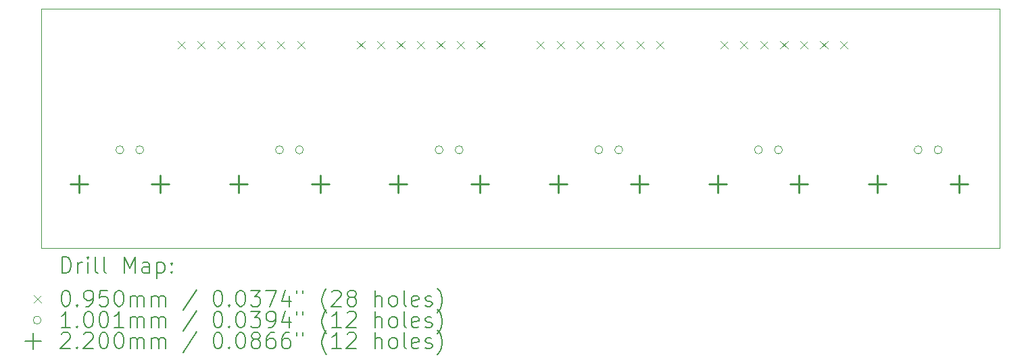
<source format=gbr>
%TF.GenerationSoftware,KiCad,Pcbnew,7.0.8*%
%TF.CreationDate,2024-02-11T23:31:26+01:00*%
%TF.ProjectId,BlankingRelay_Top1,426c616e-6b69-46e6-9752-656c61795f54,rev?*%
%TF.SameCoordinates,Original*%
%TF.FileFunction,Drillmap*%
%TF.FilePolarity,Positive*%
%FSLAX45Y45*%
G04 Gerber Fmt 4.5, Leading zero omitted, Abs format (unit mm)*
G04 Created by KiCad (PCBNEW 7.0.8) date 2024-02-11 23:31:26*
%MOMM*%
%LPD*%
G01*
G04 APERTURE LIST*
%ADD10C,0.100000*%
%ADD11C,0.200000*%
%ADD12C,0.095000*%
%ADD13C,0.100076*%
%ADD14C,0.219964*%
G04 APERTURE END LIST*
D10*
X5000000Y-5500000D02*
X17000000Y-5500000D01*
X17000000Y-8500000D01*
X5000000Y-8500000D01*
X5000000Y-5500000D01*
D11*
D12*
X6702500Y-5902500D02*
X6797500Y-5997500D01*
X6797500Y-5902500D02*
X6702500Y-5997500D01*
X6952500Y-5902500D02*
X7047500Y-5997500D01*
X7047500Y-5902500D02*
X6952500Y-5997500D01*
X7202500Y-5902500D02*
X7297500Y-5997500D01*
X7297500Y-5902500D02*
X7202500Y-5997500D01*
X7452500Y-5902500D02*
X7547500Y-5997500D01*
X7547500Y-5902500D02*
X7452500Y-5997500D01*
X7702500Y-5902500D02*
X7797500Y-5997500D01*
X7797500Y-5902500D02*
X7702500Y-5997500D01*
X7952500Y-5902500D02*
X8047500Y-5997500D01*
X8047500Y-5902500D02*
X7952500Y-5997500D01*
X8202500Y-5902500D02*
X8297500Y-5997500D01*
X8297500Y-5902500D02*
X8202500Y-5997500D01*
X8952500Y-5902500D02*
X9047500Y-5997500D01*
X9047500Y-5902500D02*
X8952500Y-5997500D01*
X9202500Y-5902500D02*
X9297500Y-5997500D01*
X9297500Y-5902500D02*
X9202500Y-5997500D01*
X9452500Y-5902500D02*
X9547500Y-5997500D01*
X9547500Y-5902500D02*
X9452500Y-5997500D01*
X9702500Y-5902500D02*
X9797500Y-5997500D01*
X9797500Y-5902500D02*
X9702500Y-5997500D01*
X9952500Y-5902500D02*
X10047500Y-5997500D01*
X10047500Y-5902500D02*
X9952500Y-5997500D01*
X10202500Y-5902500D02*
X10297500Y-5997500D01*
X10297500Y-5902500D02*
X10202500Y-5997500D01*
X10452500Y-5902500D02*
X10547500Y-5997500D01*
X10547500Y-5902500D02*
X10452500Y-5997500D01*
X11202500Y-5902500D02*
X11297500Y-5997500D01*
X11297500Y-5902500D02*
X11202500Y-5997500D01*
X11452500Y-5902500D02*
X11547500Y-5997500D01*
X11547500Y-5902500D02*
X11452500Y-5997500D01*
X11702500Y-5902500D02*
X11797500Y-5997500D01*
X11797500Y-5902500D02*
X11702500Y-5997500D01*
X11952500Y-5902500D02*
X12047500Y-5997500D01*
X12047500Y-5902500D02*
X11952500Y-5997500D01*
X12202500Y-5902500D02*
X12297500Y-5997500D01*
X12297500Y-5902500D02*
X12202500Y-5997500D01*
X12452500Y-5902500D02*
X12547500Y-5997500D01*
X12547500Y-5902500D02*
X12452500Y-5997500D01*
X12702500Y-5902500D02*
X12797500Y-5997500D01*
X12797500Y-5902500D02*
X12702500Y-5997500D01*
X13502500Y-5902500D02*
X13597500Y-5997500D01*
X13597500Y-5902500D02*
X13502500Y-5997500D01*
X13752500Y-5902500D02*
X13847500Y-5997500D01*
X13847500Y-5902500D02*
X13752500Y-5997500D01*
X14002500Y-5902500D02*
X14097500Y-5997500D01*
X14097500Y-5902500D02*
X14002500Y-5997500D01*
X14252500Y-5902500D02*
X14347500Y-5997500D01*
X14347500Y-5902500D02*
X14252500Y-5997500D01*
X14502500Y-5902500D02*
X14597500Y-5997500D01*
X14597500Y-5902500D02*
X14502500Y-5997500D01*
X14752500Y-5902500D02*
X14847500Y-5997500D01*
X14847500Y-5902500D02*
X14752500Y-5997500D01*
X15002500Y-5902500D02*
X15097500Y-5997500D01*
X15097500Y-5902500D02*
X15002500Y-5997500D01*
D13*
X6030038Y-7269874D02*
G75*
G03*
X6030038Y-7269874I-50038J0D01*
G01*
X6279974Y-7269874D02*
G75*
G03*
X6279974Y-7269874I-50038J0D01*
G01*
X8030038Y-7269874D02*
G75*
G03*
X8030038Y-7269874I-50038J0D01*
G01*
X8279974Y-7269874D02*
G75*
G03*
X8279974Y-7269874I-50038J0D01*
G01*
X10030038Y-7269874D02*
G75*
G03*
X10030038Y-7269874I-50038J0D01*
G01*
X10279974Y-7269874D02*
G75*
G03*
X10279974Y-7269874I-50038J0D01*
G01*
X12030038Y-7269874D02*
G75*
G03*
X12030038Y-7269874I-50038J0D01*
G01*
X12279974Y-7269874D02*
G75*
G03*
X12279974Y-7269874I-50038J0D01*
G01*
X14030038Y-7269874D02*
G75*
G03*
X14030038Y-7269874I-50038J0D01*
G01*
X14279974Y-7269874D02*
G75*
G03*
X14279974Y-7269874I-50038J0D01*
G01*
X16030038Y-7269874D02*
G75*
G03*
X16030038Y-7269874I-50038J0D01*
G01*
X16279974Y-7269874D02*
G75*
G03*
X16279974Y-7269874I-50038J0D01*
G01*
D14*
X5469968Y-7586358D02*
X5469968Y-7806322D01*
X5359986Y-7696340D02*
X5579950Y-7696340D01*
X6489778Y-7586358D02*
X6489778Y-7806322D01*
X6379796Y-7696340D02*
X6599760Y-7696340D01*
X7469968Y-7586358D02*
X7469968Y-7806322D01*
X7359986Y-7696340D02*
X7579950Y-7696340D01*
X8489778Y-7586358D02*
X8489778Y-7806322D01*
X8379796Y-7696340D02*
X8599760Y-7696340D01*
X9469968Y-7586358D02*
X9469968Y-7806322D01*
X9359986Y-7696340D02*
X9579950Y-7696340D01*
X10489778Y-7586358D02*
X10489778Y-7806322D01*
X10379796Y-7696340D02*
X10599760Y-7696340D01*
X11469968Y-7586358D02*
X11469968Y-7806322D01*
X11359986Y-7696340D02*
X11579950Y-7696340D01*
X12489778Y-7586358D02*
X12489778Y-7806322D01*
X12379796Y-7696340D02*
X12599760Y-7696340D01*
X13469968Y-7586358D02*
X13469968Y-7806322D01*
X13359986Y-7696340D02*
X13579950Y-7696340D01*
X14489778Y-7586358D02*
X14489778Y-7806322D01*
X14379796Y-7696340D02*
X14599760Y-7696340D01*
X15469968Y-7586358D02*
X15469968Y-7806322D01*
X15359986Y-7696340D02*
X15579950Y-7696340D01*
X16489778Y-7586358D02*
X16489778Y-7806322D01*
X16379796Y-7696340D02*
X16599760Y-7696340D01*
D11*
X5255777Y-8816484D02*
X5255777Y-8616484D01*
X5255777Y-8616484D02*
X5303396Y-8616484D01*
X5303396Y-8616484D02*
X5331967Y-8626008D01*
X5331967Y-8626008D02*
X5351015Y-8645055D01*
X5351015Y-8645055D02*
X5360539Y-8664103D01*
X5360539Y-8664103D02*
X5370063Y-8702198D01*
X5370063Y-8702198D02*
X5370063Y-8730770D01*
X5370063Y-8730770D02*
X5360539Y-8768865D01*
X5360539Y-8768865D02*
X5351015Y-8787912D01*
X5351015Y-8787912D02*
X5331967Y-8806960D01*
X5331967Y-8806960D02*
X5303396Y-8816484D01*
X5303396Y-8816484D02*
X5255777Y-8816484D01*
X5455777Y-8816484D02*
X5455777Y-8683150D01*
X5455777Y-8721246D02*
X5465301Y-8702198D01*
X5465301Y-8702198D02*
X5474824Y-8692674D01*
X5474824Y-8692674D02*
X5493872Y-8683150D01*
X5493872Y-8683150D02*
X5512920Y-8683150D01*
X5579586Y-8816484D02*
X5579586Y-8683150D01*
X5579586Y-8616484D02*
X5570063Y-8626008D01*
X5570063Y-8626008D02*
X5579586Y-8635531D01*
X5579586Y-8635531D02*
X5589110Y-8626008D01*
X5589110Y-8626008D02*
X5579586Y-8616484D01*
X5579586Y-8616484D02*
X5579586Y-8635531D01*
X5703396Y-8816484D02*
X5684348Y-8806960D01*
X5684348Y-8806960D02*
X5674824Y-8787912D01*
X5674824Y-8787912D02*
X5674824Y-8616484D01*
X5808158Y-8816484D02*
X5789110Y-8806960D01*
X5789110Y-8806960D02*
X5779586Y-8787912D01*
X5779586Y-8787912D02*
X5779586Y-8616484D01*
X6036729Y-8816484D02*
X6036729Y-8616484D01*
X6036729Y-8616484D02*
X6103396Y-8759341D01*
X6103396Y-8759341D02*
X6170062Y-8616484D01*
X6170062Y-8616484D02*
X6170062Y-8816484D01*
X6351015Y-8816484D02*
X6351015Y-8711722D01*
X6351015Y-8711722D02*
X6341491Y-8692674D01*
X6341491Y-8692674D02*
X6322443Y-8683150D01*
X6322443Y-8683150D02*
X6284348Y-8683150D01*
X6284348Y-8683150D02*
X6265301Y-8692674D01*
X6351015Y-8806960D02*
X6331967Y-8816484D01*
X6331967Y-8816484D02*
X6284348Y-8816484D01*
X6284348Y-8816484D02*
X6265301Y-8806960D01*
X6265301Y-8806960D02*
X6255777Y-8787912D01*
X6255777Y-8787912D02*
X6255777Y-8768865D01*
X6255777Y-8768865D02*
X6265301Y-8749817D01*
X6265301Y-8749817D02*
X6284348Y-8740293D01*
X6284348Y-8740293D02*
X6331967Y-8740293D01*
X6331967Y-8740293D02*
X6351015Y-8730770D01*
X6446253Y-8683150D02*
X6446253Y-8883150D01*
X6446253Y-8692674D02*
X6465301Y-8683150D01*
X6465301Y-8683150D02*
X6503396Y-8683150D01*
X6503396Y-8683150D02*
X6522443Y-8692674D01*
X6522443Y-8692674D02*
X6531967Y-8702198D01*
X6531967Y-8702198D02*
X6541491Y-8721246D01*
X6541491Y-8721246D02*
X6541491Y-8778389D01*
X6541491Y-8778389D02*
X6531967Y-8797436D01*
X6531967Y-8797436D02*
X6522443Y-8806960D01*
X6522443Y-8806960D02*
X6503396Y-8816484D01*
X6503396Y-8816484D02*
X6465301Y-8816484D01*
X6465301Y-8816484D02*
X6446253Y-8806960D01*
X6627205Y-8797436D02*
X6636729Y-8806960D01*
X6636729Y-8806960D02*
X6627205Y-8816484D01*
X6627205Y-8816484D02*
X6617682Y-8806960D01*
X6617682Y-8806960D02*
X6627205Y-8797436D01*
X6627205Y-8797436D02*
X6627205Y-8816484D01*
X6627205Y-8692674D02*
X6636729Y-8702198D01*
X6636729Y-8702198D02*
X6627205Y-8711722D01*
X6627205Y-8711722D02*
X6617682Y-8702198D01*
X6617682Y-8702198D02*
X6627205Y-8692674D01*
X6627205Y-8692674D02*
X6627205Y-8711722D01*
D12*
X4900000Y-9097500D02*
X4995000Y-9192500D01*
X4995000Y-9097500D02*
X4900000Y-9192500D01*
D11*
X5293872Y-9036484D02*
X5312920Y-9036484D01*
X5312920Y-9036484D02*
X5331967Y-9046008D01*
X5331967Y-9046008D02*
X5341491Y-9055531D01*
X5341491Y-9055531D02*
X5351015Y-9074579D01*
X5351015Y-9074579D02*
X5360539Y-9112674D01*
X5360539Y-9112674D02*
X5360539Y-9160293D01*
X5360539Y-9160293D02*
X5351015Y-9198389D01*
X5351015Y-9198389D02*
X5341491Y-9217436D01*
X5341491Y-9217436D02*
X5331967Y-9226960D01*
X5331967Y-9226960D02*
X5312920Y-9236484D01*
X5312920Y-9236484D02*
X5293872Y-9236484D01*
X5293872Y-9236484D02*
X5274824Y-9226960D01*
X5274824Y-9226960D02*
X5265301Y-9217436D01*
X5265301Y-9217436D02*
X5255777Y-9198389D01*
X5255777Y-9198389D02*
X5246253Y-9160293D01*
X5246253Y-9160293D02*
X5246253Y-9112674D01*
X5246253Y-9112674D02*
X5255777Y-9074579D01*
X5255777Y-9074579D02*
X5265301Y-9055531D01*
X5265301Y-9055531D02*
X5274824Y-9046008D01*
X5274824Y-9046008D02*
X5293872Y-9036484D01*
X5446253Y-9217436D02*
X5455777Y-9226960D01*
X5455777Y-9226960D02*
X5446253Y-9236484D01*
X5446253Y-9236484D02*
X5436729Y-9226960D01*
X5436729Y-9226960D02*
X5446253Y-9217436D01*
X5446253Y-9217436D02*
X5446253Y-9236484D01*
X5551015Y-9236484D02*
X5589110Y-9236484D01*
X5589110Y-9236484D02*
X5608158Y-9226960D01*
X5608158Y-9226960D02*
X5617682Y-9217436D01*
X5617682Y-9217436D02*
X5636729Y-9188865D01*
X5636729Y-9188865D02*
X5646253Y-9150770D01*
X5646253Y-9150770D02*
X5646253Y-9074579D01*
X5646253Y-9074579D02*
X5636729Y-9055531D01*
X5636729Y-9055531D02*
X5627205Y-9046008D01*
X5627205Y-9046008D02*
X5608158Y-9036484D01*
X5608158Y-9036484D02*
X5570063Y-9036484D01*
X5570063Y-9036484D02*
X5551015Y-9046008D01*
X5551015Y-9046008D02*
X5541491Y-9055531D01*
X5541491Y-9055531D02*
X5531967Y-9074579D01*
X5531967Y-9074579D02*
X5531967Y-9122198D01*
X5531967Y-9122198D02*
X5541491Y-9141246D01*
X5541491Y-9141246D02*
X5551015Y-9150770D01*
X5551015Y-9150770D02*
X5570063Y-9160293D01*
X5570063Y-9160293D02*
X5608158Y-9160293D01*
X5608158Y-9160293D02*
X5627205Y-9150770D01*
X5627205Y-9150770D02*
X5636729Y-9141246D01*
X5636729Y-9141246D02*
X5646253Y-9122198D01*
X5827205Y-9036484D02*
X5731967Y-9036484D01*
X5731967Y-9036484D02*
X5722443Y-9131722D01*
X5722443Y-9131722D02*
X5731967Y-9122198D01*
X5731967Y-9122198D02*
X5751015Y-9112674D01*
X5751015Y-9112674D02*
X5798634Y-9112674D01*
X5798634Y-9112674D02*
X5817682Y-9122198D01*
X5817682Y-9122198D02*
X5827205Y-9131722D01*
X5827205Y-9131722D02*
X5836729Y-9150770D01*
X5836729Y-9150770D02*
X5836729Y-9198389D01*
X5836729Y-9198389D02*
X5827205Y-9217436D01*
X5827205Y-9217436D02*
X5817682Y-9226960D01*
X5817682Y-9226960D02*
X5798634Y-9236484D01*
X5798634Y-9236484D02*
X5751015Y-9236484D01*
X5751015Y-9236484D02*
X5731967Y-9226960D01*
X5731967Y-9226960D02*
X5722443Y-9217436D01*
X5960539Y-9036484D02*
X5979586Y-9036484D01*
X5979586Y-9036484D02*
X5998634Y-9046008D01*
X5998634Y-9046008D02*
X6008158Y-9055531D01*
X6008158Y-9055531D02*
X6017682Y-9074579D01*
X6017682Y-9074579D02*
X6027205Y-9112674D01*
X6027205Y-9112674D02*
X6027205Y-9160293D01*
X6027205Y-9160293D02*
X6017682Y-9198389D01*
X6017682Y-9198389D02*
X6008158Y-9217436D01*
X6008158Y-9217436D02*
X5998634Y-9226960D01*
X5998634Y-9226960D02*
X5979586Y-9236484D01*
X5979586Y-9236484D02*
X5960539Y-9236484D01*
X5960539Y-9236484D02*
X5941491Y-9226960D01*
X5941491Y-9226960D02*
X5931967Y-9217436D01*
X5931967Y-9217436D02*
X5922443Y-9198389D01*
X5922443Y-9198389D02*
X5912920Y-9160293D01*
X5912920Y-9160293D02*
X5912920Y-9112674D01*
X5912920Y-9112674D02*
X5922443Y-9074579D01*
X5922443Y-9074579D02*
X5931967Y-9055531D01*
X5931967Y-9055531D02*
X5941491Y-9046008D01*
X5941491Y-9046008D02*
X5960539Y-9036484D01*
X6112920Y-9236484D02*
X6112920Y-9103150D01*
X6112920Y-9122198D02*
X6122443Y-9112674D01*
X6122443Y-9112674D02*
X6141491Y-9103150D01*
X6141491Y-9103150D02*
X6170063Y-9103150D01*
X6170063Y-9103150D02*
X6189110Y-9112674D01*
X6189110Y-9112674D02*
X6198634Y-9131722D01*
X6198634Y-9131722D02*
X6198634Y-9236484D01*
X6198634Y-9131722D02*
X6208158Y-9112674D01*
X6208158Y-9112674D02*
X6227205Y-9103150D01*
X6227205Y-9103150D02*
X6255777Y-9103150D01*
X6255777Y-9103150D02*
X6274824Y-9112674D01*
X6274824Y-9112674D02*
X6284348Y-9131722D01*
X6284348Y-9131722D02*
X6284348Y-9236484D01*
X6379586Y-9236484D02*
X6379586Y-9103150D01*
X6379586Y-9122198D02*
X6389110Y-9112674D01*
X6389110Y-9112674D02*
X6408158Y-9103150D01*
X6408158Y-9103150D02*
X6436729Y-9103150D01*
X6436729Y-9103150D02*
X6455777Y-9112674D01*
X6455777Y-9112674D02*
X6465301Y-9131722D01*
X6465301Y-9131722D02*
X6465301Y-9236484D01*
X6465301Y-9131722D02*
X6474824Y-9112674D01*
X6474824Y-9112674D02*
X6493872Y-9103150D01*
X6493872Y-9103150D02*
X6522443Y-9103150D01*
X6522443Y-9103150D02*
X6541491Y-9112674D01*
X6541491Y-9112674D02*
X6551015Y-9131722D01*
X6551015Y-9131722D02*
X6551015Y-9236484D01*
X6941491Y-9026960D02*
X6770063Y-9284103D01*
X7198634Y-9036484D02*
X7217682Y-9036484D01*
X7217682Y-9036484D02*
X7236729Y-9046008D01*
X7236729Y-9046008D02*
X7246253Y-9055531D01*
X7246253Y-9055531D02*
X7255777Y-9074579D01*
X7255777Y-9074579D02*
X7265301Y-9112674D01*
X7265301Y-9112674D02*
X7265301Y-9160293D01*
X7265301Y-9160293D02*
X7255777Y-9198389D01*
X7255777Y-9198389D02*
X7246253Y-9217436D01*
X7246253Y-9217436D02*
X7236729Y-9226960D01*
X7236729Y-9226960D02*
X7217682Y-9236484D01*
X7217682Y-9236484D02*
X7198634Y-9236484D01*
X7198634Y-9236484D02*
X7179586Y-9226960D01*
X7179586Y-9226960D02*
X7170063Y-9217436D01*
X7170063Y-9217436D02*
X7160539Y-9198389D01*
X7160539Y-9198389D02*
X7151015Y-9160293D01*
X7151015Y-9160293D02*
X7151015Y-9112674D01*
X7151015Y-9112674D02*
X7160539Y-9074579D01*
X7160539Y-9074579D02*
X7170063Y-9055531D01*
X7170063Y-9055531D02*
X7179586Y-9046008D01*
X7179586Y-9046008D02*
X7198634Y-9036484D01*
X7351015Y-9217436D02*
X7360539Y-9226960D01*
X7360539Y-9226960D02*
X7351015Y-9236484D01*
X7351015Y-9236484D02*
X7341491Y-9226960D01*
X7341491Y-9226960D02*
X7351015Y-9217436D01*
X7351015Y-9217436D02*
X7351015Y-9236484D01*
X7484348Y-9036484D02*
X7503396Y-9036484D01*
X7503396Y-9036484D02*
X7522444Y-9046008D01*
X7522444Y-9046008D02*
X7531967Y-9055531D01*
X7531967Y-9055531D02*
X7541491Y-9074579D01*
X7541491Y-9074579D02*
X7551015Y-9112674D01*
X7551015Y-9112674D02*
X7551015Y-9160293D01*
X7551015Y-9160293D02*
X7541491Y-9198389D01*
X7541491Y-9198389D02*
X7531967Y-9217436D01*
X7531967Y-9217436D02*
X7522444Y-9226960D01*
X7522444Y-9226960D02*
X7503396Y-9236484D01*
X7503396Y-9236484D02*
X7484348Y-9236484D01*
X7484348Y-9236484D02*
X7465301Y-9226960D01*
X7465301Y-9226960D02*
X7455777Y-9217436D01*
X7455777Y-9217436D02*
X7446253Y-9198389D01*
X7446253Y-9198389D02*
X7436729Y-9160293D01*
X7436729Y-9160293D02*
X7436729Y-9112674D01*
X7436729Y-9112674D02*
X7446253Y-9074579D01*
X7446253Y-9074579D02*
X7455777Y-9055531D01*
X7455777Y-9055531D02*
X7465301Y-9046008D01*
X7465301Y-9046008D02*
X7484348Y-9036484D01*
X7617682Y-9036484D02*
X7741491Y-9036484D01*
X7741491Y-9036484D02*
X7674825Y-9112674D01*
X7674825Y-9112674D02*
X7703396Y-9112674D01*
X7703396Y-9112674D02*
X7722444Y-9122198D01*
X7722444Y-9122198D02*
X7731967Y-9131722D01*
X7731967Y-9131722D02*
X7741491Y-9150770D01*
X7741491Y-9150770D02*
X7741491Y-9198389D01*
X7741491Y-9198389D02*
X7731967Y-9217436D01*
X7731967Y-9217436D02*
X7722444Y-9226960D01*
X7722444Y-9226960D02*
X7703396Y-9236484D01*
X7703396Y-9236484D02*
X7646253Y-9236484D01*
X7646253Y-9236484D02*
X7627206Y-9226960D01*
X7627206Y-9226960D02*
X7617682Y-9217436D01*
X7808158Y-9036484D02*
X7941491Y-9036484D01*
X7941491Y-9036484D02*
X7855777Y-9236484D01*
X8103396Y-9103150D02*
X8103396Y-9236484D01*
X8055777Y-9026960D02*
X8008158Y-9169817D01*
X8008158Y-9169817D02*
X8131967Y-9169817D01*
X8198634Y-9036484D02*
X8198634Y-9074579D01*
X8274825Y-9036484D02*
X8274825Y-9074579D01*
X8570063Y-9312674D02*
X8560539Y-9303150D01*
X8560539Y-9303150D02*
X8541491Y-9274579D01*
X8541491Y-9274579D02*
X8531968Y-9255531D01*
X8531968Y-9255531D02*
X8522444Y-9226960D01*
X8522444Y-9226960D02*
X8512920Y-9179341D01*
X8512920Y-9179341D02*
X8512920Y-9141246D01*
X8512920Y-9141246D02*
X8522444Y-9093627D01*
X8522444Y-9093627D02*
X8531968Y-9065055D01*
X8531968Y-9065055D02*
X8541491Y-9046008D01*
X8541491Y-9046008D02*
X8560539Y-9017436D01*
X8560539Y-9017436D02*
X8570063Y-9007912D01*
X8636730Y-9055531D02*
X8646253Y-9046008D01*
X8646253Y-9046008D02*
X8665301Y-9036484D01*
X8665301Y-9036484D02*
X8712920Y-9036484D01*
X8712920Y-9036484D02*
X8731968Y-9046008D01*
X8731968Y-9046008D02*
X8741491Y-9055531D01*
X8741491Y-9055531D02*
X8751015Y-9074579D01*
X8751015Y-9074579D02*
X8751015Y-9093627D01*
X8751015Y-9093627D02*
X8741491Y-9122198D01*
X8741491Y-9122198D02*
X8627206Y-9236484D01*
X8627206Y-9236484D02*
X8751015Y-9236484D01*
X8865301Y-9122198D02*
X8846253Y-9112674D01*
X8846253Y-9112674D02*
X8836730Y-9103150D01*
X8836730Y-9103150D02*
X8827206Y-9084103D01*
X8827206Y-9084103D02*
X8827206Y-9074579D01*
X8827206Y-9074579D02*
X8836730Y-9055531D01*
X8836730Y-9055531D02*
X8846253Y-9046008D01*
X8846253Y-9046008D02*
X8865301Y-9036484D01*
X8865301Y-9036484D02*
X8903396Y-9036484D01*
X8903396Y-9036484D02*
X8922444Y-9046008D01*
X8922444Y-9046008D02*
X8931968Y-9055531D01*
X8931968Y-9055531D02*
X8941491Y-9074579D01*
X8941491Y-9074579D02*
X8941491Y-9084103D01*
X8941491Y-9084103D02*
X8931968Y-9103150D01*
X8931968Y-9103150D02*
X8922444Y-9112674D01*
X8922444Y-9112674D02*
X8903396Y-9122198D01*
X8903396Y-9122198D02*
X8865301Y-9122198D01*
X8865301Y-9122198D02*
X8846253Y-9131722D01*
X8846253Y-9131722D02*
X8836730Y-9141246D01*
X8836730Y-9141246D02*
X8827206Y-9160293D01*
X8827206Y-9160293D02*
X8827206Y-9198389D01*
X8827206Y-9198389D02*
X8836730Y-9217436D01*
X8836730Y-9217436D02*
X8846253Y-9226960D01*
X8846253Y-9226960D02*
X8865301Y-9236484D01*
X8865301Y-9236484D02*
X8903396Y-9236484D01*
X8903396Y-9236484D02*
X8922444Y-9226960D01*
X8922444Y-9226960D02*
X8931968Y-9217436D01*
X8931968Y-9217436D02*
X8941491Y-9198389D01*
X8941491Y-9198389D02*
X8941491Y-9160293D01*
X8941491Y-9160293D02*
X8931968Y-9141246D01*
X8931968Y-9141246D02*
X8922444Y-9131722D01*
X8922444Y-9131722D02*
X8903396Y-9122198D01*
X9179587Y-9236484D02*
X9179587Y-9036484D01*
X9265301Y-9236484D02*
X9265301Y-9131722D01*
X9265301Y-9131722D02*
X9255777Y-9112674D01*
X9255777Y-9112674D02*
X9236730Y-9103150D01*
X9236730Y-9103150D02*
X9208158Y-9103150D01*
X9208158Y-9103150D02*
X9189111Y-9112674D01*
X9189111Y-9112674D02*
X9179587Y-9122198D01*
X9389111Y-9236484D02*
X9370063Y-9226960D01*
X9370063Y-9226960D02*
X9360539Y-9217436D01*
X9360539Y-9217436D02*
X9351015Y-9198389D01*
X9351015Y-9198389D02*
X9351015Y-9141246D01*
X9351015Y-9141246D02*
X9360539Y-9122198D01*
X9360539Y-9122198D02*
X9370063Y-9112674D01*
X9370063Y-9112674D02*
X9389111Y-9103150D01*
X9389111Y-9103150D02*
X9417682Y-9103150D01*
X9417682Y-9103150D02*
X9436730Y-9112674D01*
X9436730Y-9112674D02*
X9446253Y-9122198D01*
X9446253Y-9122198D02*
X9455777Y-9141246D01*
X9455777Y-9141246D02*
X9455777Y-9198389D01*
X9455777Y-9198389D02*
X9446253Y-9217436D01*
X9446253Y-9217436D02*
X9436730Y-9226960D01*
X9436730Y-9226960D02*
X9417682Y-9236484D01*
X9417682Y-9236484D02*
X9389111Y-9236484D01*
X9570063Y-9236484D02*
X9551015Y-9226960D01*
X9551015Y-9226960D02*
X9541492Y-9207912D01*
X9541492Y-9207912D02*
X9541492Y-9036484D01*
X9722444Y-9226960D02*
X9703396Y-9236484D01*
X9703396Y-9236484D02*
X9665301Y-9236484D01*
X9665301Y-9236484D02*
X9646253Y-9226960D01*
X9646253Y-9226960D02*
X9636730Y-9207912D01*
X9636730Y-9207912D02*
X9636730Y-9131722D01*
X9636730Y-9131722D02*
X9646253Y-9112674D01*
X9646253Y-9112674D02*
X9665301Y-9103150D01*
X9665301Y-9103150D02*
X9703396Y-9103150D01*
X9703396Y-9103150D02*
X9722444Y-9112674D01*
X9722444Y-9112674D02*
X9731968Y-9131722D01*
X9731968Y-9131722D02*
X9731968Y-9150770D01*
X9731968Y-9150770D02*
X9636730Y-9169817D01*
X9808158Y-9226960D02*
X9827206Y-9236484D01*
X9827206Y-9236484D02*
X9865301Y-9236484D01*
X9865301Y-9236484D02*
X9884349Y-9226960D01*
X9884349Y-9226960D02*
X9893873Y-9207912D01*
X9893873Y-9207912D02*
X9893873Y-9198389D01*
X9893873Y-9198389D02*
X9884349Y-9179341D01*
X9884349Y-9179341D02*
X9865301Y-9169817D01*
X9865301Y-9169817D02*
X9836730Y-9169817D01*
X9836730Y-9169817D02*
X9817682Y-9160293D01*
X9817682Y-9160293D02*
X9808158Y-9141246D01*
X9808158Y-9141246D02*
X9808158Y-9131722D01*
X9808158Y-9131722D02*
X9817682Y-9112674D01*
X9817682Y-9112674D02*
X9836730Y-9103150D01*
X9836730Y-9103150D02*
X9865301Y-9103150D01*
X9865301Y-9103150D02*
X9884349Y-9112674D01*
X9960539Y-9312674D02*
X9970063Y-9303150D01*
X9970063Y-9303150D02*
X9989111Y-9274579D01*
X9989111Y-9274579D02*
X9998634Y-9255531D01*
X9998634Y-9255531D02*
X10008158Y-9226960D01*
X10008158Y-9226960D02*
X10017682Y-9179341D01*
X10017682Y-9179341D02*
X10017682Y-9141246D01*
X10017682Y-9141246D02*
X10008158Y-9093627D01*
X10008158Y-9093627D02*
X9998634Y-9065055D01*
X9998634Y-9065055D02*
X9989111Y-9046008D01*
X9989111Y-9046008D02*
X9970063Y-9017436D01*
X9970063Y-9017436D02*
X9960539Y-9007912D01*
D13*
X4995000Y-9409000D02*
G75*
G03*
X4995000Y-9409000I-50038J0D01*
G01*
D11*
X5360539Y-9500484D02*
X5246253Y-9500484D01*
X5303396Y-9500484D02*
X5303396Y-9300484D01*
X5303396Y-9300484D02*
X5284348Y-9329055D01*
X5284348Y-9329055D02*
X5265301Y-9348103D01*
X5265301Y-9348103D02*
X5246253Y-9357627D01*
X5446253Y-9481436D02*
X5455777Y-9490960D01*
X5455777Y-9490960D02*
X5446253Y-9500484D01*
X5446253Y-9500484D02*
X5436729Y-9490960D01*
X5436729Y-9490960D02*
X5446253Y-9481436D01*
X5446253Y-9481436D02*
X5446253Y-9500484D01*
X5579586Y-9300484D02*
X5598634Y-9300484D01*
X5598634Y-9300484D02*
X5617682Y-9310008D01*
X5617682Y-9310008D02*
X5627205Y-9319531D01*
X5627205Y-9319531D02*
X5636729Y-9338579D01*
X5636729Y-9338579D02*
X5646253Y-9376674D01*
X5646253Y-9376674D02*
X5646253Y-9424293D01*
X5646253Y-9424293D02*
X5636729Y-9462389D01*
X5636729Y-9462389D02*
X5627205Y-9481436D01*
X5627205Y-9481436D02*
X5617682Y-9490960D01*
X5617682Y-9490960D02*
X5598634Y-9500484D01*
X5598634Y-9500484D02*
X5579586Y-9500484D01*
X5579586Y-9500484D02*
X5560539Y-9490960D01*
X5560539Y-9490960D02*
X5551015Y-9481436D01*
X5551015Y-9481436D02*
X5541491Y-9462389D01*
X5541491Y-9462389D02*
X5531967Y-9424293D01*
X5531967Y-9424293D02*
X5531967Y-9376674D01*
X5531967Y-9376674D02*
X5541491Y-9338579D01*
X5541491Y-9338579D02*
X5551015Y-9319531D01*
X5551015Y-9319531D02*
X5560539Y-9310008D01*
X5560539Y-9310008D02*
X5579586Y-9300484D01*
X5770062Y-9300484D02*
X5789110Y-9300484D01*
X5789110Y-9300484D02*
X5808158Y-9310008D01*
X5808158Y-9310008D02*
X5817682Y-9319531D01*
X5817682Y-9319531D02*
X5827205Y-9338579D01*
X5827205Y-9338579D02*
X5836729Y-9376674D01*
X5836729Y-9376674D02*
X5836729Y-9424293D01*
X5836729Y-9424293D02*
X5827205Y-9462389D01*
X5827205Y-9462389D02*
X5817682Y-9481436D01*
X5817682Y-9481436D02*
X5808158Y-9490960D01*
X5808158Y-9490960D02*
X5789110Y-9500484D01*
X5789110Y-9500484D02*
X5770062Y-9500484D01*
X5770062Y-9500484D02*
X5751015Y-9490960D01*
X5751015Y-9490960D02*
X5741491Y-9481436D01*
X5741491Y-9481436D02*
X5731967Y-9462389D01*
X5731967Y-9462389D02*
X5722443Y-9424293D01*
X5722443Y-9424293D02*
X5722443Y-9376674D01*
X5722443Y-9376674D02*
X5731967Y-9338579D01*
X5731967Y-9338579D02*
X5741491Y-9319531D01*
X5741491Y-9319531D02*
X5751015Y-9310008D01*
X5751015Y-9310008D02*
X5770062Y-9300484D01*
X6027205Y-9500484D02*
X5912920Y-9500484D01*
X5970062Y-9500484D02*
X5970062Y-9300484D01*
X5970062Y-9300484D02*
X5951015Y-9329055D01*
X5951015Y-9329055D02*
X5931967Y-9348103D01*
X5931967Y-9348103D02*
X5912920Y-9357627D01*
X6112920Y-9500484D02*
X6112920Y-9367150D01*
X6112920Y-9386198D02*
X6122443Y-9376674D01*
X6122443Y-9376674D02*
X6141491Y-9367150D01*
X6141491Y-9367150D02*
X6170063Y-9367150D01*
X6170063Y-9367150D02*
X6189110Y-9376674D01*
X6189110Y-9376674D02*
X6198634Y-9395722D01*
X6198634Y-9395722D02*
X6198634Y-9500484D01*
X6198634Y-9395722D02*
X6208158Y-9376674D01*
X6208158Y-9376674D02*
X6227205Y-9367150D01*
X6227205Y-9367150D02*
X6255777Y-9367150D01*
X6255777Y-9367150D02*
X6274824Y-9376674D01*
X6274824Y-9376674D02*
X6284348Y-9395722D01*
X6284348Y-9395722D02*
X6284348Y-9500484D01*
X6379586Y-9500484D02*
X6379586Y-9367150D01*
X6379586Y-9386198D02*
X6389110Y-9376674D01*
X6389110Y-9376674D02*
X6408158Y-9367150D01*
X6408158Y-9367150D02*
X6436729Y-9367150D01*
X6436729Y-9367150D02*
X6455777Y-9376674D01*
X6455777Y-9376674D02*
X6465301Y-9395722D01*
X6465301Y-9395722D02*
X6465301Y-9500484D01*
X6465301Y-9395722D02*
X6474824Y-9376674D01*
X6474824Y-9376674D02*
X6493872Y-9367150D01*
X6493872Y-9367150D02*
X6522443Y-9367150D01*
X6522443Y-9367150D02*
X6541491Y-9376674D01*
X6541491Y-9376674D02*
X6551015Y-9395722D01*
X6551015Y-9395722D02*
X6551015Y-9500484D01*
X6941491Y-9290960D02*
X6770063Y-9548103D01*
X7198634Y-9300484D02*
X7217682Y-9300484D01*
X7217682Y-9300484D02*
X7236729Y-9310008D01*
X7236729Y-9310008D02*
X7246253Y-9319531D01*
X7246253Y-9319531D02*
X7255777Y-9338579D01*
X7255777Y-9338579D02*
X7265301Y-9376674D01*
X7265301Y-9376674D02*
X7265301Y-9424293D01*
X7265301Y-9424293D02*
X7255777Y-9462389D01*
X7255777Y-9462389D02*
X7246253Y-9481436D01*
X7246253Y-9481436D02*
X7236729Y-9490960D01*
X7236729Y-9490960D02*
X7217682Y-9500484D01*
X7217682Y-9500484D02*
X7198634Y-9500484D01*
X7198634Y-9500484D02*
X7179586Y-9490960D01*
X7179586Y-9490960D02*
X7170063Y-9481436D01*
X7170063Y-9481436D02*
X7160539Y-9462389D01*
X7160539Y-9462389D02*
X7151015Y-9424293D01*
X7151015Y-9424293D02*
X7151015Y-9376674D01*
X7151015Y-9376674D02*
X7160539Y-9338579D01*
X7160539Y-9338579D02*
X7170063Y-9319531D01*
X7170063Y-9319531D02*
X7179586Y-9310008D01*
X7179586Y-9310008D02*
X7198634Y-9300484D01*
X7351015Y-9481436D02*
X7360539Y-9490960D01*
X7360539Y-9490960D02*
X7351015Y-9500484D01*
X7351015Y-9500484D02*
X7341491Y-9490960D01*
X7341491Y-9490960D02*
X7351015Y-9481436D01*
X7351015Y-9481436D02*
X7351015Y-9500484D01*
X7484348Y-9300484D02*
X7503396Y-9300484D01*
X7503396Y-9300484D02*
X7522444Y-9310008D01*
X7522444Y-9310008D02*
X7531967Y-9319531D01*
X7531967Y-9319531D02*
X7541491Y-9338579D01*
X7541491Y-9338579D02*
X7551015Y-9376674D01*
X7551015Y-9376674D02*
X7551015Y-9424293D01*
X7551015Y-9424293D02*
X7541491Y-9462389D01*
X7541491Y-9462389D02*
X7531967Y-9481436D01*
X7531967Y-9481436D02*
X7522444Y-9490960D01*
X7522444Y-9490960D02*
X7503396Y-9500484D01*
X7503396Y-9500484D02*
X7484348Y-9500484D01*
X7484348Y-9500484D02*
X7465301Y-9490960D01*
X7465301Y-9490960D02*
X7455777Y-9481436D01*
X7455777Y-9481436D02*
X7446253Y-9462389D01*
X7446253Y-9462389D02*
X7436729Y-9424293D01*
X7436729Y-9424293D02*
X7436729Y-9376674D01*
X7436729Y-9376674D02*
X7446253Y-9338579D01*
X7446253Y-9338579D02*
X7455777Y-9319531D01*
X7455777Y-9319531D02*
X7465301Y-9310008D01*
X7465301Y-9310008D02*
X7484348Y-9300484D01*
X7617682Y-9300484D02*
X7741491Y-9300484D01*
X7741491Y-9300484D02*
X7674825Y-9376674D01*
X7674825Y-9376674D02*
X7703396Y-9376674D01*
X7703396Y-9376674D02*
X7722444Y-9386198D01*
X7722444Y-9386198D02*
X7731967Y-9395722D01*
X7731967Y-9395722D02*
X7741491Y-9414770D01*
X7741491Y-9414770D02*
X7741491Y-9462389D01*
X7741491Y-9462389D02*
X7731967Y-9481436D01*
X7731967Y-9481436D02*
X7722444Y-9490960D01*
X7722444Y-9490960D02*
X7703396Y-9500484D01*
X7703396Y-9500484D02*
X7646253Y-9500484D01*
X7646253Y-9500484D02*
X7627206Y-9490960D01*
X7627206Y-9490960D02*
X7617682Y-9481436D01*
X7836729Y-9500484D02*
X7874825Y-9500484D01*
X7874825Y-9500484D02*
X7893872Y-9490960D01*
X7893872Y-9490960D02*
X7903396Y-9481436D01*
X7903396Y-9481436D02*
X7922444Y-9452865D01*
X7922444Y-9452865D02*
X7931967Y-9414770D01*
X7931967Y-9414770D02*
X7931967Y-9338579D01*
X7931967Y-9338579D02*
X7922444Y-9319531D01*
X7922444Y-9319531D02*
X7912920Y-9310008D01*
X7912920Y-9310008D02*
X7893872Y-9300484D01*
X7893872Y-9300484D02*
X7855777Y-9300484D01*
X7855777Y-9300484D02*
X7836729Y-9310008D01*
X7836729Y-9310008D02*
X7827206Y-9319531D01*
X7827206Y-9319531D02*
X7817682Y-9338579D01*
X7817682Y-9338579D02*
X7817682Y-9386198D01*
X7817682Y-9386198D02*
X7827206Y-9405246D01*
X7827206Y-9405246D02*
X7836729Y-9414770D01*
X7836729Y-9414770D02*
X7855777Y-9424293D01*
X7855777Y-9424293D02*
X7893872Y-9424293D01*
X7893872Y-9424293D02*
X7912920Y-9414770D01*
X7912920Y-9414770D02*
X7922444Y-9405246D01*
X7922444Y-9405246D02*
X7931967Y-9386198D01*
X8103396Y-9367150D02*
X8103396Y-9500484D01*
X8055777Y-9290960D02*
X8008158Y-9433817D01*
X8008158Y-9433817D02*
X8131967Y-9433817D01*
X8198634Y-9300484D02*
X8198634Y-9338579D01*
X8274825Y-9300484D02*
X8274825Y-9338579D01*
X8570063Y-9576674D02*
X8560539Y-9567150D01*
X8560539Y-9567150D02*
X8541491Y-9538579D01*
X8541491Y-9538579D02*
X8531968Y-9519531D01*
X8531968Y-9519531D02*
X8522444Y-9490960D01*
X8522444Y-9490960D02*
X8512920Y-9443341D01*
X8512920Y-9443341D02*
X8512920Y-9405246D01*
X8512920Y-9405246D02*
X8522444Y-9357627D01*
X8522444Y-9357627D02*
X8531968Y-9329055D01*
X8531968Y-9329055D02*
X8541491Y-9310008D01*
X8541491Y-9310008D02*
X8560539Y-9281436D01*
X8560539Y-9281436D02*
X8570063Y-9271912D01*
X8751015Y-9500484D02*
X8636730Y-9500484D01*
X8693872Y-9500484D02*
X8693872Y-9300484D01*
X8693872Y-9300484D02*
X8674825Y-9329055D01*
X8674825Y-9329055D02*
X8655777Y-9348103D01*
X8655777Y-9348103D02*
X8636730Y-9357627D01*
X8827206Y-9319531D02*
X8836730Y-9310008D01*
X8836730Y-9310008D02*
X8855777Y-9300484D01*
X8855777Y-9300484D02*
X8903396Y-9300484D01*
X8903396Y-9300484D02*
X8922444Y-9310008D01*
X8922444Y-9310008D02*
X8931968Y-9319531D01*
X8931968Y-9319531D02*
X8941491Y-9338579D01*
X8941491Y-9338579D02*
X8941491Y-9357627D01*
X8941491Y-9357627D02*
X8931968Y-9386198D01*
X8931968Y-9386198D02*
X8817682Y-9500484D01*
X8817682Y-9500484D02*
X8941491Y-9500484D01*
X9179587Y-9500484D02*
X9179587Y-9300484D01*
X9265301Y-9500484D02*
X9265301Y-9395722D01*
X9265301Y-9395722D02*
X9255777Y-9376674D01*
X9255777Y-9376674D02*
X9236730Y-9367150D01*
X9236730Y-9367150D02*
X9208158Y-9367150D01*
X9208158Y-9367150D02*
X9189111Y-9376674D01*
X9189111Y-9376674D02*
X9179587Y-9386198D01*
X9389111Y-9500484D02*
X9370063Y-9490960D01*
X9370063Y-9490960D02*
X9360539Y-9481436D01*
X9360539Y-9481436D02*
X9351015Y-9462389D01*
X9351015Y-9462389D02*
X9351015Y-9405246D01*
X9351015Y-9405246D02*
X9360539Y-9386198D01*
X9360539Y-9386198D02*
X9370063Y-9376674D01*
X9370063Y-9376674D02*
X9389111Y-9367150D01*
X9389111Y-9367150D02*
X9417682Y-9367150D01*
X9417682Y-9367150D02*
X9436730Y-9376674D01*
X9436730Y-9376674D02*
X9446253Y-9386198D01*
X9446253Y-9386198D02*
X9455777Y-9405246D01*
X9455777Y-9405246D02*
X9455777Y-9462389D01*
X9455777Y-9462389D02*
X9446253Y-9481436D01*
X9446253Y-9481436D02*
X9436730Y-9490960D01*
X9436730Y-9490960D02*
X9417682Y-9500484D01*
X9417682Y-9500484D02*
X9389111Y-9500484D01*
X9570063Y-9500484D02*
X9551015Y-9490960D01*
X9551015Y-9490960D02*
X9541492Y-9471912D01*
X9541492Y-9471912D02*
X9541492Y-9300484D01*
X9722444Y-9490960D02*
X9703396Y-9500484D01*
X9703396Y-9500484D02*
X9665301Y-9500484D01*
X9665301Y-9500484D02*
X9646253Y-9490960D01*
X9646253Y-9490960D02*
X9636730Y-9471912D01*
X9636730Y-9471912D02*
X9636730Y-9395722D01*
X9636730Y-9395722D02*
X9646253Y-9376674D01*
X9646253Y-9376674D02*
X9665301Y-9367150D01*
X9665301Y-9367150D02*
X9703396Y-9367150D01*
X9703396Y-9367150D02*
X9722444Y-9376674D01*
X9722444Y-9376674D02*
X9731968Y-9395722D01*
X9731968Y-9395722D02*
X9731968Y-9414770D01*
X9731968Y-9414770D02*
X9636730Y-9433817D01*
X9808158Y-9490960D02*
X9827206Y-9500484D01*
X9827206Y-9500484D02*
X9865301Y-9500484D01*
X9865301Y-9500484D02*
X9884349Y-9490960D01*
X9884349Y-9490960D02*
X9893873Y-9471912D01*
X9893873Y-9471912D02*
X9893873Y-9462389D01*
X9893873Y-9462389D02*
X9884349Y-9443341D01*
X9884349Y-9443341D02*
X9865301Y-9433817D01*
X9865301Y-9433817D02*
X9836730Y-9433817D01*
X9836730Y-9433817D02*
X9817682Y-9424293D01*
X9817682Y-9424293D02*
X9808158Y-9405246D01*
X9808158Y-9405246D02*
X9808158Y-9395722D01*
X9808158Y-9395722D02*
X9817682Y-9376674D01*
X9817682Y-9376674D02*
X9836730Y-9367150D01*
X9836730Y-9367150D02*
X9865301Y-9367150D01*
X9865301Y-9367150D02*
X9884349Y-9376674D01*
X9960539Y-9576674D02*
X9970063Y-9567150D01*
X9970063Y-9567150D02*
X9989111Y-9538579D01*
X9989111Y-9538579D02*
X9998634Y-9519531D01*
X9998634Y-9519531D02*
X10008158Y-9490960D01*
X10008158Y-9490960D02*
X10017682Y-9443341D01*
X10017682Y-9443341D02*
X10017682Y-9405246D01*
X10017682Y-9405246D02*
X10008158Y-9357627D01*
X10008158Y-9357627D02*
X9998634Y-9329055D01*
X9998634Y-9329055D02*
X9989111Y-9310008D01*
X9989111Y-9310008D02*
X9970063Y-9281436D01*
X9970063Y-9281436D02*
X9960539Y-9271912D01*
X4895000Y-9573000D02*
X4895000Y-9773000D01*
X4795000Y-9673000D02*
X4995000Y-9673000D01*
X5246253Y-9583531D02*
X5255777Y-9574008D01*
X5255777Y-9574008D02*
X5274824Y-9564484D01*
X5274824Y-9564484D02*
X5322444Y-9564484D01*
X5322444Y-9564484D02*
X5341491Y-9574008D01*
X5341491Y-9574008D02*
X5351015Y-9583531D01*
X5351015Y-9583531D02*
X5360539Y-9602579D01*
X5360539Y-9602579D02*
X5360539Y-9621627D01*
X5360539Y-9621627D02*
X5351015Y-9650198D01*
X5351015Y-9650198D02*
X5236729Y-9764484D01*
X5236729Y-9764484D02*
X5360539Y-9764484D01*
X5446253Y-9745436D02*
X5455777Y-9754960D01*
X5455777Y-9754960D02*
X5446253Y-9764484D01*
X5446253Y-9764484D02*
X5436729Y-9754960D01*
X5436729Y-9754960D02*
X5446253Y-9745436D01*
X5446253Y-9745436D02*
X5446253Y-9764484D01*
X5531967Y-9583531D02*
X5541491Y-9574008D01*
X5541491Y-9574008D02*
X5560539Y-9564484D01*
X5560539Y-9564484D02*
X5608158Y-9564484D01*
X5608158Y-9564484D02*
X5627205Y-9574008D01*
X5627205Y-9574008D02*
X5636729Y-9583531D01*
X5636729Y-9583531D02*
X5646253Y-9602579D01*
X5646253Y-9602579D02*
X5646253Y-9621627D01*
X5646253Y-9621627D02*
X5636729Y-9650198D01*
X5636729Y-9650198D02*
X5522444Y-9764484D01*
X5522444Y-9764484D02*
X5646253Y-9764484D01*
X5770062Y-9564484D02*
X5789110Y-9564484D01*
X5789110Y-9564484D02*
X5808158Y-9574008D01*
X5808158Y-9574008D02*
X5817682Y-9583531D01*
X5817682Y-9583531D02*
X5827205Y-9602579D01*
X5827205Y-9602579D02*
X5836729Y-9640674D01*
X5836729Y-9640674D02*
X5836729Y-9688293D01*
X5836729Y-9688293D02*
X5827205Y-9726389D01*
X5827205Y-9726389D02*
X5817682Y-9745436D01*
X5817682Y-9745436D02*
X5808158Y-9754960D01*
X5808158Y-9754960D02*
X5789110Y-9764484D01*
X5789110Y-9764484D02*
X5770062Y-9764484D01*
X5770062Y-9764484D02*
X5751015Y-9754960D01*
X5751015Y-9754960D02*
X5741491Y-9745436D01*
X5741491Y-9745436D02*
X5731967Y-9726389D01*
X5731967Y-9726389D02*
X5722443Y-9688293D01*
X5722443Y-9688293D02*
X5722443Y-9640674D01*
X5722443Y-9640674D02*
X5731967Y-9602579D01*
X5731967Y-9602579D02*
X5741491Y-9583531D01*
X5741491Y-9583531D02*
X5751015Y-9574008D01*
X5751015Y-9574008D02*
X5770062Y-9564484D01*
X5960539Y-9564484D02*
X5979586Y-9564484D01*
X5979586Y-9564484D02*
X5998634Y-9574008D01*
X5998634Y-9574008D02*
X6008158Y-9583531D01*
X6008158Y-9583531D02*
X6017682Y-9602579D01*
X6017682Y-9602579D02*
X6027205Y-9640674D01*
X6027205Y-9640674D02*
X6027205Y-9688293D01*
X6027205Y-9688293D02*
X6017682Y-9726389D01*
X6017682Y-9726389D02*
X6008158Y-9745436D01*
X6008158Y-9745436D02*
X5998634Y-9754960D01*
X5998634Y-9754960D02*
X5979586Y-9764484D01*
X5979586Y-9764484D02*
X5960539Y-9764484D01*
X5960539Y-9764484D02*
X5941491Y-9754960D01*
X5941491Y-9754960D02*
X5931967Y-9745436D01*
X5931967Y-9745436D02*
X5922443Y-9726389D01*
X5922443Y-9726389D02*
X5912920Y-9688293D01*
X5912920Y-9688293D02*
X5912920Y-9640674D01*
X5912920Y-9640674D02*
X5922443Y-9602579D01*
X5922443Y-9602579D02*
X5931967Y-9583531D01*
X5931967Y-9583531D02*
X5941491Y-9574008D01*
X5941491Y-9574008D02*
X5960539Y-9564484D01*
X6112920Y-9764484D02*
X6112920Y-9631150D01*
X6112920Y-9650198D02*
X6122443Y-9640674D01*
X6122443Y-9640674D02*
X6141491Y-9631150D01*
X6141491Y-9631150D02*
X6170063Y-9631150D01*
X6170063Y-9631150D02*
X6189110Y-9640674D01*
X6189110Y-9640674D02*
X6198634Y-9659722D01*
X6198634Y-9659722D02*
X6198634Y-9764484D01*
X6198634Y-9659722D02*
X6208158Y-9640674D01*
X6208158Y-9640674D02*
X6227205Y-9631150D01*
X6227205Y-9631150D02*
X6255777Y-9631150D01*
X6255777Y-9631150D02*
X6274824Y-9640674D01*
X6274824Y-9640674D02*
X6284348Y-9659722D01*
X6284348Y-9659722D02*
X6284348Y-9764484D01*
X6379586Y-9764484D02*
X6379586Y-9631150D01*
X6379586Y-9650198D02*
X6389110Y-9640674D01*
X6389110Y-9640674D02*
X6408158Y-9631150D01*
X6408158Y-9631150D02*
X6436729Y-9631150D01*
X6436729Y-9631150D02*
X6455777Y-9640674D01*
X6455777Y-9640674D02*
X6465301Y-9659722D01*
X6465301Y-9659722D02*
X6465301Y-9764484D01*
X6465301Y-9659722D02*
X6474824Y-9640674D01*
X6474824Y-9640674D02*
X6493872Y-9631150D01*
X6493872Y-9631150D02*
X6522443Y-9631150D01*
X6522443Y-9631150D02*
X6541491Y-9640674D01*
X6541491Y-9640674D02*
X6551015Y-9659722D01*
X6551015Y-9659722D02*
X6551015Y-9764484D01*
X6941491Y-9554960D02*
X6770063Y-9812103D01*
X7198634Y-9564484D02*
X7217682Y-9564484D01*
X7217682Y-9564484D02*
X7236729Y-9574008D01*
X7236729Y-9574008D02*
X7246253Y-9583531D01*
X7246253Y-9583531D02*
X7255777Y-9602579D01*
X7255777Y-9602579D02*
X7265301Y-9640674D01*
X7265301Y-9640674D02*
X7265301Y-9688293D01*
X7265301Y-9688293D02*
X7255777Y-9726389D01*
X7255777Y-9726389D02*
X7246253Y-9745436D01*
X7246253Y-9745436D02*
X7236729Y-9754960D01*
X7236729Y-9754960D02*
X7217682Y-9764484D01*
X7217682Y-9764484D02*
X7198634Y-9764484D01*
X7198634Y-9764484D02*
X7179586Y-9754960D01*
X7179586Y-9754960D02*
X7170063Y-9745436D01*
X7170063Y-9745436D02*
X7160539Y-9726389D01*
X7160539Y-9726389D02*
X7151015Y-9688293D01*
X7151015Y-9688293D02*
X7151015Y-9640674D01*
X7151015Y-9640674D02*
X7160539Y-9602579D01*
X7160539Y-9602579D02*
X7170063Y-9583531D01*
X7170063Y-9583531D02*
X7179586Y-9574008D01*
X7179586Y-9574008D02*
X7198634Y-9564484D01*
X7351015Y-9745436D02*
X7360539Y-9754960D01*
X7360539Y-9754960D02*
X7351015Y-9764484D01*
X7351015Y-9764484D02*
X7341491Y-9754960D01*
X7341491Y-9754960D02*
X7351015Y-9745436D01*
X7351015Y-9745436D02*
X7351015Y-9764484D01*
X7484348Y-9564484D02*
X7503396Y-9564484D01*
X7503396Y-9564484D02*
X7522444Y-9574008D01*
X7522444Y-9574008D02*
X7531967Y-9583531D01*
X7531967Y-9583531D02*
X7541491Y-9602579D01*
X7541491Y-9602579D02*
X7551015Y-9640674D01*
X7551015Y-9640674D02*
X7551015Y-9688293D01*
X7551015Y-9688293D02*
X7541491Y-9726389D01*
X7541491Y-9726389D02*
X7531967Y-9745436D01*
X7531967Y-9745436D02*
X7522444Y-9754960D01*
X7522444Y-9754960D02*
X7503396Y-9764484D01*
X7503396Y-9764484D02*
X7484348Y-9764484D01*
X7484348Y-9764484D02*
X7465301Y-9754960D01*
X7465301Y-9754960D02*
X7455777Y-9745436D01*
X7455777Y-9745436D02*
X7446253Y-9726389D01*
X7446253Y-9726389D02*
X7436729Y-9688293D01*
X7436729Y-9688293D02*
X7436729Y-9640674D01*
X7436729Y-9640674D02*
X7446253Y-9602579D01*
X7446253Y-9602579D02*
X7455777Y-9583531D01*
X7455777Y-9583531D02*
X7465301Y-9574008D01*
X7465301Y-9574008D02*
X7484348Y-9564484D01*
X7665301Y-9650198D02*
X7646253Y-9640674D01*
X7646253Y-9640674D02*
X7636729Y-9631150D01*
X7636729Y-9631150D02*
X7627206Y-9612103D01*
X7627206Y-9612103D02*
X7627206Y-9602579D01*
X7627206Y-9602579D02*
X7636729Y-9583531D01*
X7636729Y-9583531D02*
X7646253Y-9574008D01*
X7646253Y-9574008D02*
X7665301Y-9564484D01*
X7665301Y-9564484D02*
X7703396Y-9564484D01*
X7703396Y-9564484D02*
X7722444Y-9574008D01*
X7722444Y-9574008D02*
X7731967Y-9583531D01*
X7731967Y-9583531D02*
X7741491Y-9602579D01*
X7741491Y-9602579D02*
X7741491Y-9612103D01*
X7741491Y-9612103D02*
X7731967Y-9631150D01*
X7731967Y-9631150D02*
X7722444Y-9640674D01*
X7722444Y-9640674D02*
X7703396Y-9650198D01*
X7703396Y-9650198D02*
X7665301Y-9650198D01*
X7665301Y-9650198D02*
X7646253Y-9659722D01*
X7646253Y-9659722D02*
X7636729Y-9669246D01*
X7636729Y-9669246D02*
X7627206Y-9688293D01*
X7627206Y-9688293D02*
X7627206Y-9726389D01*
X7627206Y-9726389D02*
X7636729Y-9745436D01*
X7636729Y-9745436D02*
X7646253Y-9754960D01*
X7646253Y-9754960D02*
X7665301Y-9764484D01*
X7665301Y-9764484D02*
X7703396Y-9764484D01*
X7703396Y-9764484D02*
X7722444Y-9754960D01*
X7722444Y-9754960D02*
X7731967Y-9745436D01*
X7731967Y-9745436D02*
X7741491Y-9726389D01*
X7741491Y-9726389D02*
X7741491Y-9688293D01*
X7741491Y-9688293D02*
X7731967Y-9669246D01*
X7731967Y-9669246D02*
X7722444Y-9659722D01*
X7722444Y-9659722D02*
X7703396Y-9650198D01*
X7912920Y-9564484D02*
X7874825Y-9564484D01*
X7874825Y-9564484D02*
X7855777Y-9574008D01*
X7855777Y-9574008D02*
X7846253Y-9583531D01*
X7846253Y-9583531D02*
X7827206Y-9612103D01*
X7827206Y-9612103D02*
X7817682Y-9650198D01*
X7817682Y-9650198D02*
X7817682Y-9726389D01*
X7817682Y-9726389D02*
X7827206Y-9745436D01*
X7827206Y-9745436D02*
X7836729Y-9754960D01*
X7836729Y-9754960D02*
X7855777Y-9764484D01*
X7855777Y-9764484D02*
X7893872Y-9764484D01*
X7893872Y-9764484D02*
X7912920Y-9754960D01*
X7912920Y-9754960D02*
X7922444Y-9745436D01*
X7922444Y-9745436D02*
X7931967Y-9726389D01*
X7931967Y-9726389D02*
X7931967Y-9678770D01*
X7931967Y-9678770D02*
X7922444Y-9659722D01*
X7922444Y-9659722D02*
X7912920Y-9650198D01*
X7912920Y-9650198D02*
X7893872Y-9640674D01*
X7893872Y-9640674D02*
X7855777Y-9640674D01*
X7855777Y-9640674D02*
X7836729Y-9650198D01*
X7836729Y-9650198D02*
X7827206Y-9659722D01*
X7827206Y-9659722D02*
X7817682Y-9678770D01*
X8103396Y-9564484D02*
X8065301Y-9564484D01*
X8065301Y-9564484D02*
X8046253Y-9574008D01*
X8046253Y-9574008D02*
X8036729Y-9583531D01*
X8036729Y-9583531D02*
X8017682Y-9612103D01*
X8017682Y-9612103D02*
X8008158Y-9650198D01*
X8008158Y-9650198D02*
X8008158Y-9726389D01*
X8008158Y-9726389D02*
X8017682Y-9745436D01*
X8017682Y-9745436D02*
X8027206Y-9754960D01*
X8027206Y-9754960D02*
X8046253Y-9764484D01*
X8046253Y-9764484D02*
X8084348Y-9764484D01*
X8084348Y-9764484D02*
X8103396Y-9754960D01*
X8103396Y-9754960D02*
X8112920Y-9745436D01*
X8112920Y-9745436D02*
X8122444Y-9726389D01*
X8122444Y-9726389D02*
X8122444Y-9678770D01*
X8122444Y-9678770D02*
X8112920Y-9659722D01*
X8112920Y-9659722D02*
X8103396Y-9650198D01*
X8103396Y-9650198D02*
X8084348Y-9640674D01*
X8084348Y-9640674D02*
X8046253Y-9640674D01*
X8046253Y-9640674D02*
X8027206Y-9650198D01*
X8027206Y-9650198D02*
X8017682Y-9659722D01*
X8017682Y-9659722D02*
X8008158Y-9678770D01*
X8198634Y-9564484D02*
X8198634Y-9602579D01*
X8274825Y-9564484D02*
X8274825Y-9602579D01*
X8570063Y-9840674D02*
X8560539Y-9831150D01*
X8560539Y-9831150D02*
X8541491Y-9802579D01*
X8541491Y-9802579D02*
X8531968Y-9783531D01*
X8531968Y-9783531D02*
X8522444Y-9754960D01*
X8522444Y-9754960D02*
X8512920Y-9707341D01*
X8512920Y-9707341D02*
X8512920Y-9669246D01*
X8512920Y-9669246D02*
X8522444Y-9621627D01*
X8522444Y-9621627D02*
X8531968Y-9593055D01*
X8531968Y-9593055D02*
X8541491Y-9574008D01*
X8541491Y-9574008D02*
X8560539Y-9545436D01*
X8560539Y-9545436D02*
X8570063Y-9535912D01*
X8751015Y-9764484D02*
X8636730Y-9764484D01*
X8693872Y-9764484D02*
X8693872Y-9564484D01*
X8693872Y-9564484D02*
X8674825Y-9593055D01*
X8674825Y-9593055D02*
X8655777Y-9612103D01*
X8655777Y-9612103D02*
X8636730Y-9621627D01*
X8827206Y-9583531D02*
X8836730Y-9574008D01*
X8836730Y-9574008D02*
X8855777Y-9564484D01*
X8855777Y-9564484D02*
X8903396Y-9564484D01*
X8903396Y-9564484D02*
X8922444Y-9574008D01*
X8922444Y-9574008D02*
X8931968Y-9583531D01*
X8931968Y-9583531D02*
X8941491Y-9602579D01*
X8941491Y-9602579D02*
X8941491Y-9621627D01*
X8941491Y-9621627D02*
X8931968Y-9650198D01*
X8931968Y-9650198D02*
X8817682Y-9764484D01*
X8817682Y-9764484D02*
X8941491Y-9764484D01*
X9179587Y-9764484D02*
X9179587Y-9564484D01*
X9265301Y-9764484D02*
X9265301Y-9659722D01*
X9265301Y-9659722D02*
X9255777Y-9640674D01*
X9255777Y-9640674D02*
X9236730Y-9631150D01*
X9236730Y-9631150D02*
X9208158Y-9631150D01*
X9208158Y-9631150D02*
X9189111Y-9640674D01*
X9189111Y-9640674D02*
X9179587Y-9650198D01*
X9389111Y-9764484D02*
X9370063Y-9754960D01*
X9370063Y-9754960D02*
X9360539Y-9745436D01*
X9360539Y-9745436D02*
X9351015Y-9726389D01*
X9351015Y-9726389D02*
X9351015Y-9669246D01*
X9351015Y-9669246D02*
X9360539Y-9650198D01*
X9360539Y-9650198D02*
X9370063Y-9640674D01*
X9370063Y-9640674D02*
X9389111Y-9631150D01*
X9389111Y-9631150D02*
X9417682Y-9631150D01*
X9417682Y-9631150D02*
X9436730Y-9640674D01*
X9436730Y-9640674D02*
X9446253Y-9650198D01*
X9446253Y-9650198D02*
X9455777Y-9669246D01*
X9455777Y-9669246D02*
X9455777Y-9726389D01*
X9455777Y-9726389D02*
X9446253Y-9745436D01*
X9446253Y-9745436D02*
X9436730Y-9754960D01*
X9436730Y-9754960D02*
X9417682Y-9764484D01*
X9417682Y-9764484D02*
X9389111Y-9764484D01*
X9570063Y-9764484D02*
X9551015Y-9754960D01*
X9551015Y-9754960D02*
X9541492Y-9735912D01*
X9541492Y-9735912D02*
X9541492Y-9564484D01*
X9722444Y-9754960D02*
X9703396Y-9764484D01*
X9703396Y-9764484D02*
X9665301Y-9764484D01*
X9665301Y-9764484D02*
X9646253Y-9754960D01*
X9646253Y-9754960D02*
X9636730Y-9735912D01*
X9636730Y-9735912D02*
X9636730Y-9659722D01*
X9636730Y-9659722D02*
X9646253Y-9640674D01*
X9646253Y-9640674D02*
X9665301Y-9631150D01*
X9665301Y-9631150D02*
X9703396Y-9631150D01*
X9703396Y-9631150D02*
X9722444Y-9640674D01*
X9722444Y-9640674D02*
X9731968Y-9659722D01*
X9731968Y-9659722D02*
X9731968Y-9678770D01*
X9731968Y-9678770D02*
X9636730Y-9697817D01*
X9808158Y-9754960D02*
X9827206Y-9764484D01*
X9827206Y-9764484D02*
X9865301Y-9764484D01*
X9865301Y-9764484D02*
X9884349Y-9754960D01*
X9884349Y-9754960D02*
X9893873Y-9735912D01*
X9893873Y-9735912D02*
X9893873Y-9726389D01*
X9893873Y-9726389D02*
X9884349Y-9707341D01*
X9884349Y-9707341D02*
X9865301Y-9697817D01*
X9865301Y-9697817D02*
X9836730Y-9697817D01*
X9836730Y-9697817D02*
X9817682Y-9688293D01*
X9817682Y-9688293D02*
X9808158Y-9669246D01*
X9808158Y-9669246D02*
X9808158Y-9659722D01*
X9808158Y-9659722D02*
X9817682Y-9640674D01*
X9817682Y-9640674D02*
X9836730Y-9631150D01*
X9836730Y-9631150D02*
X9865301Y-9631150D01*
X9865301Y-9631150D02*
X9884349Y-9640674D01*
X9960539Y-9840674D02*
X9970063Y-9831150D01*
X9970063Y-9831150D02*
X9989111Y-9802579D01*
X9989111Y-9802579D02*
X9998634Y-9783531D01*
X9998634Y-9783531D02*
X10008158Y-9754960D01*
X10008158Y-9754960D02*
X10017682Y-9707341D01*
X10017682Y-9707341D02*
X10017682Y-9669246D01*
X10017682Y-9669246D02*
X10008158Y-9621627D01*
X10008158Y-9621627D02*
X9998634Y-9593055D01*
X9998634Y-9593055D02*
X9989111Y-9574008D01*
X9989111Y-9574008D02*
X9970063Y-9545436D01*
X9970063Y-9545436D02*
X9960539Y-9535912D01*
M02*

</source>
